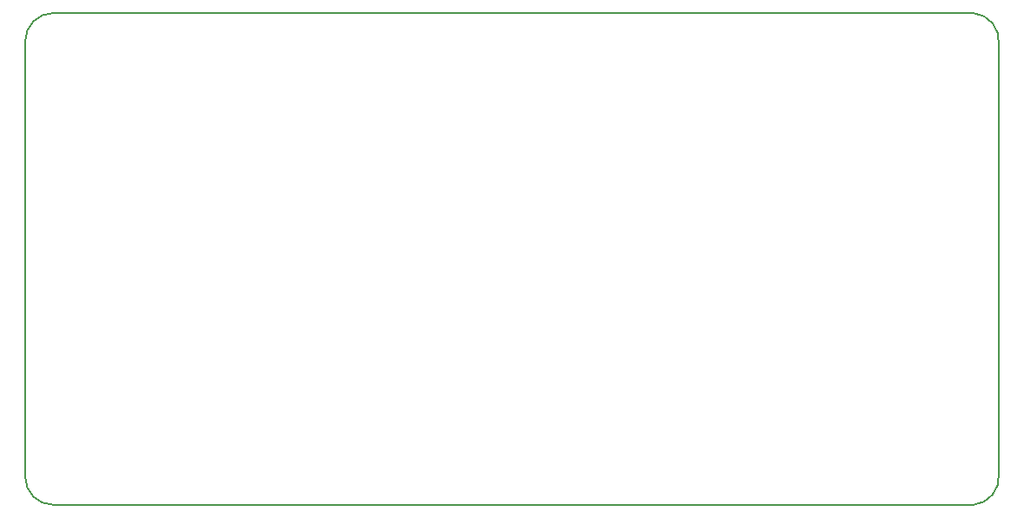
<source format=gko>
G04 (created by PCBNEW (2013-05-31 BZR 4019)-stable) date 7/20/2013 4:15:11 PM*
%MOIN*%
G04 Gerber Fmt 3.4, Leading zero omitted, Abs format*
%FSLAX34Y34*%
G01*
G70*
G90*
G04 APERTURE LIST*
%ADD10C,0.00590551*%
G04 APERTURE END LIST*
G54D10*
X20096Y-13980D02*
X55431Y-13980D01*
X19014Y-31795D02*
X19014Y-15063D01*
X55431Y-32878D02*
X20096Y-32878D01*
X56415Y-15162D02*
X56415Y-31795D01*
X19014Y-31795D02*
G75*
G03X20096Y-32878I1082J0D01*
G74*
G01*
X55431Y-32878D02*
G75*
G03X56415Y-31697I-98J1082D01*
G74*
G01*
X56415Y-15162D02*
G75*
G03X55431Y-13980I-1082J98D01*
G74*
G01*
X20096Y-13980D02*
G75*
G03X19014Y-15063I0J-1082D01*
G74*
G01*
M02*

</source>
